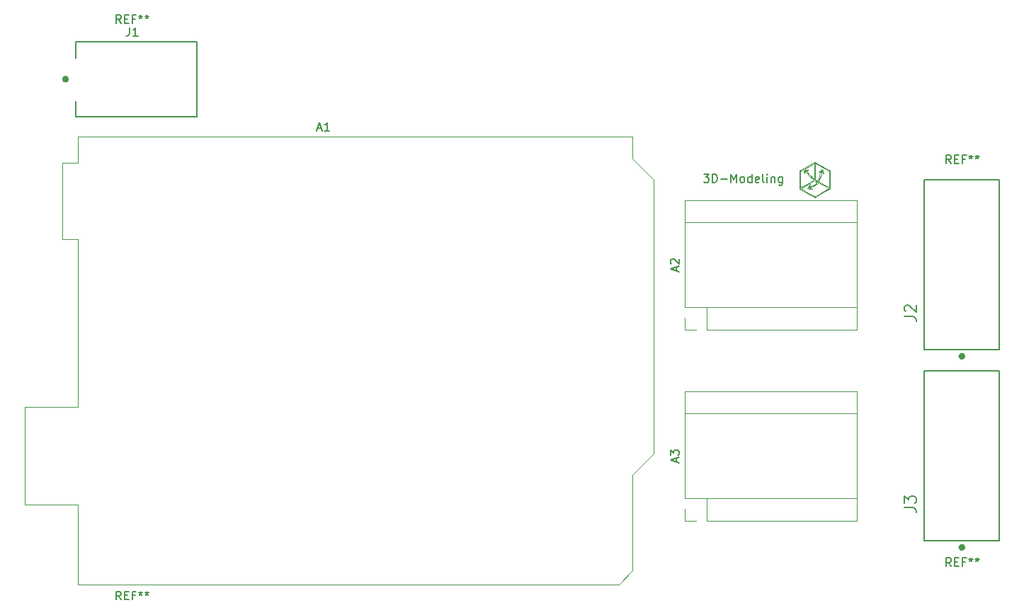
<source format=gbr>
%TF.GenerationSoftware,KiCad,Pcbnew,(5.99.0-11497-g0fb864d596)*%
%TF.CreationDate,2022-01-24T21:34:27-05:00*%
%TF.ProjectId,Main_Board_Ver2,4d61696e-5f42-46f6-9172-645f56657232,rev?*%
%TF.SameCoordinates,Original*%
%TF.FileFunction,Legend,Top*%
%TF.FilePolarity,Positive*%
%FSLAX46Y46*%
G04 Gerber Fmt 4.6, Leading zero omitted, Abs format (unit mm)*
G04 Created by KiCad (PCBNEW (5.99.0-11497-g0fb864d596)) date 2022-01-24 21:34:27*
%MOMM*%
%LPD*%
G01*
G04 APERTURE LIST*
%ADD10C,0.009260*%
%ADD11C,0.150000*%
%ADD12C,0.120000*%
%ADD13C,0.127000*%
%ADD14C,0.400000*%
G04 APERTURE END LIST*
D10*
X200596211Y-89449004D02*
X199952058Y-89819948D01*
X200794180Y-89336174D02*
X200596211Y-89449004D01*
X200848971Y-89305460D02*
X200794180Y-89336174D01*
X200869284Y-89294753D02*
X200848971Y-89305460D01*
X200869284Y-89294753D02*
X200869284Y-89294753D01*
X201142356Y-89449176D02*
X200869284Y-89294753D01*
X201786510Y-89820383D02*
X201142356Y-89449176D01*
X201786510Y-89820383D02*
X201786510Y-89820383D01*
X202694910Y-90345977D02*
X201786510Y-89820383D01*
X202694910Y-90345977D02*
X202694910Y-90345977D01*
X202694910Y-91410684D02*
X202694910Y-90345977D01*
X202694910Y-91410684D02*
X202694910Y-91410684D01*
X202694910Y-92475400D02*
X202694910Y-91410684D01*
X202694910Y-92475400D02*
X202694910Y-92475400D01*
X202597898Y-92531370D02*
X202694910Y-92475400D01*
X202597898Y-92531370D02*
X202597898Y-92531370D01*
X201685645Y-93058195D02*
X202597898Y-92531370D01*
X201685645Y-93058195D02*
X201685645Y-93058195D01*
X200870404Y-93529060D02*
X201685645Y-93058195D01*
X200870404Y-93529060D02*
X200870404Y-93529060D01*
X199957031Y-93002272D02*
X200870404Y-93529060D01*
X199957031Y-93002272D02*
X199957031Y-93002272D01*
X199043658Y-92475493D02*
X199957031Y-93002272D01*
X199043658Y-92475493D02*
X199043658Y-92475493D01*
X199043658Y-91410341D02*
X199043658Y-92475493D01*
X199043658Y-91410341D02*
X199043658Y-91410341D01*
X199043658Y-90345190D02*
X199043658Y-91410341D01*
X199043658Y-90345190D02*
X199043658Y-90345190D01*
X199952058Y-89819948D02*
X199043658Y-90345190D01*
X200832959Y-90011850D02*
X200834002Y-90388964D01*
X200830119Y-89703297D02*
X200832959Y-90011850D01*
X200828160Y-89584676D02*
X200830119Y-89703297D01*
X200825915Y-89495128D02*
X200828160Y-89584676D01*
X200823436Y-89438633D02*
X200825915Y-89495128D01*
X200822126Y-89424022D02*
X200823436Y-89438633D01*
X200820778Y-89419167D02*
X200822126Y-89424022D01*
X200820778Y-89419167D02*
X200820778Y-89419167D01*
X200761036Y-89450672D02*
X200820778Y-89419167D01*
X200617629Y-89531886D02*
X200761036Y-89450672D01*
X200192780Y-89777605D02*
X200617629Y-89531886D01*
X199772165Y-90024643D02*
X200192780Y-89777605D01*
X199634049Y-90107508D02*
X199772165Y-90024643D01*
X199581715Y-90141322D02*
X199634049Y-90107508D01*
X199581715Y-90141322D02*
X199581715Y-90141322D01*
X199582810Y-90142521D02*
X199581715Y-90141322D01*
X199586035Y-90144121D02*
X199582810Y-90142521D01*
X199598441Y-90148415D02*
X199586035Y-90144121D01*
X199618063Y-90153992D02*
X199598441Y-90148415D01*
X199644031Y-90160635D02*
X199618063Y-90153992D01*
X199711523Y-90176267D02*
X199644031Y-90160635D01*
X199793955Y-90193597D02*
X199711523Y-90176267D01*
X199793955Y-90193597D02*
X199793955Y-90193597D01*
X199834685Y-90201857D02*
X199793955Y-90193597D01*
X199871078Y-90209411D02*
X199834685Y-90201857D01*
X199903322Y-90216328D02*
X199871078Y-90209411D01*
X199917948Y-90219568D02*
X199903322Y-90216328D01*
X199931608Y-90222675D02*
X199917948Y-90219568D01*
X199944326Y-90225657D02*
X199931608Y-90222675D01*
X199956126Y-90228521D02*
X199944326Y-90225657D01*
X199967031Y-90231278D02*
X199956126Y-90228521D01*
X199977064Y-90233936D02*
X199967031Y-90231278D01*
X199986250Y-90236502D02*
X199977064Y-90233936D01*
X199994613Y-90238986D02*
X199986250Y-90236502D01*
X200002175Y-90241397D02*
X199994613Y-90238986D01*
X200008961Y-90243742D02*
X200002175Y-90241397D01*
X200014994Y-90246030D02*
X200008961Y-90243742D01*
X200020299Y-90248271D02*
X200014994Y-90246030D01*
X200024898Y-90250472D02*
X200020299Y-90248271D01*
X200028816Y-90252642D02*
X200024898Y-90250472D01*
X200030526Y-90253718D02*
X200028816Y-90252642D01*
X200032075Y-90254789D02*
X200030526Y-90253718D01*
X200033466Y-90255857D02*
X200032075Y-90254789D01*
X200034701Y-90256923D02*
X200033466Y-90255857D01*
X200035783Y-90257987D02*
X200034701Y-90256923D01*
X200036716Y-90259051D02*
X200035783Y-90257987D01*
X200037502Y-90260116D02*
X200036716Y-90259051D01*
X200038144Y-90261183D02*
X200037502Y-90260116D01*
X200038646Y-90262253D02*
X200038144Y-90261183D01*
X200039010Y-90263327D02*
X200038646Y-90262253D01*
X200039238Y-90264406D02*
X200039010Y-90263327D01*
X200039335Y-90265491D02*
X200039238Y-90264406D01*
X200039303Y-90266584D02*
X200039335Y-90265491D01*
X200039146Y-90267684D02*
X200039303Y-90266584D01*
X200038865Y-90268794D02*
X200039146Y-90267684D01*
X200038464Y-90269915D02*
X200038865Y-90268794D01*
X200037946Y-90271047D02*
X200038464Y-90269915D01*
X200037314Y-90272192D02*
X200037946Y-90271047D01*
X200036570Y-90273350D02*
X200037314Y-90272192D01*
X200035719Y-90274524D02*
X200036570Y-90273350D01*
X200033703Y-90276918D02*
X200035719Y-90274524D01*
X200031290Y-90279385D02*
X200033703Y-90276918D01*
X200031290Y-90279385D02*
X200031290Y-90279385D01*
X200028593Y-90281196D02*
X200031290Y-90279385D01*
X200024696Y-90282609D02*
X200028593Y-90281196D01*
X200019624Y-90283625D02*
X200024696Y-90282609D01*
X200013397Y-90284249D02*
X200019624Y-90283625D01*
X200006040Y-90284480D02*
X200013397Y-90284249D01*
X199997574Y-90284323D02*
X200006040Y-90284480D01*
X199977408Y-90282850D02*
X199997574Y-90284323D01*
X199953081Y-90279847D02*
X199977408Y-90282850D01*
X199924772Y-90275334D02*
X199953081Y-90279847D01*
X199892663Y-90269327D02*
X199924772Y-90275334D01*
X199856935Y-90261846D02*
X199892663Y-90269327D01*
X199856935Y-90261846D02*
X199856935Y-90261846D01*
X199825074Y-90255060D02*
X199856935Y-90261846D01*
X199794675Y-90248954D02*
X199825074Y-90255060D01*
X199766453Y-90243647D02*
X199794675Y-90248954D01*
X199741120Y-90239255D02*
X199766453Y-90243647D01*
X199719389Y-90235897D02*
X199741120Y-90239255D01*
X199701976Y-90233689D02*
X199719389Y-90235897D01*
X199695110Y-90233053D02*
X199701976Y-90233689D01*
X199689591Y-90232749D02*
X199695110Y-90233053D01*
X199685508Y-90232791D02*
X199689591Y-90232749D01*
X199682950Y-90233194D02*
X199685508Y-90232791D01*
X199682950Y-90233194D02*
X199682950Y-90233194D01*
X199692657Y-90246540D02*
X199682950Y-90233194D01*
X199725672Y-90282418D02*
X199692657Y-90246540D01*
X199848649Y-90408943D02*
X199725672Y-90282418D01*
X200231512Y-90791274D02*
X199848649Y-90408943D01*
X200623831Y-91174941D02*
X200231512Y-90791274D01*
X200758628Y-91303135D02*
X200623831Y-91174941D01*
X200799326Y-91340098D02*
X200758628Y-91303135D01*
X200817898Y-91354695D02*
X200799326Y-91340098D01*
X200817898Y-91354695D02*
X200817898Y-91354695D01*
X200821344Y-91337940D02*
X200817898Y-91354695D01*
X200824461Y-91286658D02*
X200821344Y-91337940D01*
X200829547Y-91090159D02*
X200824461Y-91286658D01*
X200832835Y-90784495D02*
X200829547Y-91090159D01*
X200834002Y-90388964D02*
X200832835Y-90784495D01*
X201177834Y-89566922D02*
X201775416Y-89911247D01*
X200992437Y-89460822D02*
X201177834Y-89566922D01*
X200920059Y-89420241D02*
X200992437Y-89460822D01*
X200920059Y-89420241D02*
X200920059Y-89420241D01*
X200916821Y-89437741D02*
X200920059Y-89420241D01*
X200914041Y-89490924D02*
X200916821Y-89437741D01*
X200909987Y-89692901D02*
X200914041Y-89490924D01*
X200908160Y-90003289D02*
X200909987Y-89692901D01*
X200908826Y-90399206D02*
X200908160Y-90003289D01*
X200908826Y-90399206D02*
X200908826Y-90399206D01*
X200913382Y-91384088D02*
X200908826Y-90399206D01*
X200913382Y-91384088D02*
X200913382Y-91384088D01*
X201054492Y-91467802D02*
X200913382Y-91384088D01*
X201054492Y-91467802D02*
X201054492Y-91467802D01*
X201083198Y-91484621D02*
X201054492Y-91467802D01*
X201110675Y-91500309D02*
X201083198Y-91484621D01*
X201136270Y-91514524D02*
X201110675Y-91500309D01*
X201159333Y-91526923D02*
X201136270Y-91514524D01*
X201179213Y-91537163D02*
X201159333Y-91526923D01*
X201195258Y-91544900D02*
X201179213Y-91537163D01*
X201201640Y-91547724D02*
X201195258Y-91544900D01*
X201206819Y-91549793D02*
X201201640Y-91547724D01*
X201210714Y-91551065D02*
X201206819Y-91549793D01*
X201213243Y-91551498D02*
X201210714Y-91551065D01*
X201213243Y-91551498D02*
X201213243Y-91551498D01*
X201221344Y-91537677D02*
X201213243Y-91551498D01*
X201237693Y-91498612D02*
X201221344Y-91537677D01*
X201290201Y-91359081D02*
X201237693Y-91498612D01*
X201439912Y-90934731D02*
X201290201Y-91359081D01*
X201583408Y-90507735D02*
X201439912Y-90934731D01*
X201628149Y-90364896D02*
X201583408Y-90507735D01*
X201639448Y-90323682D02*
X201628149Y-90364896D01*
X201641723Y-90307379D02*
X201639448Y-90323682D01*
X201641723Y-90307379D02*
X201641723Y-90307379D01*
X201641116Y-90307082D02*
X201641723Y-90307379D01*
X201640180Y-90307063D02*
X201641116Y-90307082D01*
X201637356Y-90307835D02*
X201640180Y-90307063D01*
X201633322Y-90309646D02*
X201637356Y-90307835D01*
X201628149Y-90312444D02*
X201633322Y-90309646D01*
X201614670Y-90320806D02*
X201628149Y-90312444D01*
X201597488Y-90332522D02*
X201614670Y-90320806D01*
X201577171Y-90347190D02*
X201597488Y-90332522D01*
X201554287Y-90364413D02*
X201577171Y-90347190D01*
X201529406Y-90383789D02*
X201554287Y-90364413D01*
X201503094Y-90404919D02*
X201529406Y-90383789D01*
X201503094Y-90404919D02*
X201503094Y-90404919D01*
X201476698Y-90426221D02*
X201503094Y-90404919D01*
X201451572Y-90446094D02*
X201476698Y-90426221D01*
X201428302Y-90464104D02*
X201451572Y-90446094D01*
X201407475Y-90479815D02*
X201428302Y-90464104D01*
X201389675Y-90492793D02*
X201407475Y-90479815D01*
X201375489Y-90502601D02*
X201389675Y-90492793D01*
X201369933Y-90506181D02*
X201375489Y-90502601D01*
X201365501Y-90508805D02*
X201369933Y-90506181D01*
X201362265Y-90510420D02*
X201365501Y-90508805D01*
X201361119Y-90510831D02*
X201362265Y-90510420D01*
X201360299Y-90510970D02*
X201361119Y-90510831D01*
X201360299Y-90510970D02*
X201360299Y-90510970D01*
X201352031Y-90510386D02*
X201360299Y-90510970D01*
X201348687Y-90509653D02*
X201352031Y-90510386D01*
X201345874Y-90508621D02*
X201348687Y-90509653D01*
X201343592Y-90507288D02*
X201345874Y-90508621D01*
X201341845Y-90505652D02*
X201343592Y-90507288D01*
X201340634Y-90503709D02*
X201341845Y-90505652D01*
X201339962Y-90501458D02*
X201340634Y-90503709D01*
X201339830Y-90498894D02*
X201339962Y-90501458D01*
X201340242Y-90496015D02*
X201339830Y-90498894D01*
X201341199Y-90492819D02*
X201340242Y-90496015D01*
X201342703Y-90489303D02*
X201341199Y-90492819D01*
X201347364Y-90481299D02*
X201342703Y-90489303D01*
X201354240Y-90471981D02*
X201347364Y-90481299D01*
X201363351Y-90461327D02*
X201354240Y-90471981D01*
X201374713Y-90449316D02*
X201363351Y-90461327D01*
X201388344Y-90435924D02*
X201374713Y-90449316D01*
X201404262Y-90421130D02*
X201388344Y-90435924D01*
X201422485Y-90404913D02*
X201404262Y-90421130D01*
X201443030Y-90387249D02*
X201422485Y-90404913D01*
X201491158Y-90347496D02*
X201443030Y-90387249D01*
X201491158Y-90347496D02*
X201491158Y-90347496D01*
X201557813Y-90293330D02*
X201491158Y-90347496D01*
X201618767Y-90243333D02*
X201557813Y-90293330D01*
X201667277Y-90203065D02*
X201618767Y-90243333D01*
X201696600Y-90178086D02*
X201667277Y-90203065D01*
X201696600Y-90178086D02*
X201696600Y-90178086D01*
X201722091Y-90156417D02*
X201696600Y-90178086D01*
X201732740Y-90148992D02*
X201722091Y-90156417D01*
X201742290Y-90144350D02*
X201732740Y-90148992D01*
X201746723Y-90143193D02*
X201742290Y-90144350D01*
X201750964Y-90142875D02*
X201746723Y-90143193D01*
X201755043Y-90143444D02*
X201750964Y-90142875D01*
X201758987Y-90144949D02*
X201755043Y-90143444D01*
X201762824Y-90147436D02*
X201758987Y-90144949D01*
X201766582Y-90150955D02*
X201762824Y-90147436D01*
X201770288Y-90155553D02*
X201766582Y-90150955D01*
X201773972Y-90161277D02*
X201770288Y-90155553D01*
X201781381Y-90176297D02*
X201773972Y-90161277D01*
X201789034Y-90196398D02*
X201781381Y-90176297D01*
X201797152Y-90221964D02*
X201789034Y-90196398D01*
X201805961Y-90253378D02*
X201797152Y-90221964D01*
X201826545Y-90335278D02*
X201805961Y-90253378D01*
X201852573Y-90445165D02*
X201826545Y-90335278D01*
X201852573Y-90445165D02*
X201852573Y-90445165D01*
X201863971Y-90495163D02*
X201852573Y-90445165D01*
X201873497Y-90540068D02*
X201863971Y-90495163D01*
X201877540Y-90560492D02*
X201873497Y-90540068D01*
X201881094Y-90579499D02*
X201877540Y-90560492D01*
X201884152Y-90597041D02*
X201881094Y-90579499D01*
X201886705Y-90613072D02*
X201884152Y-90597041D01*
X201888747Y-90627542D02*
X201886705Y-90613072D01*
X201890271Y-90640405D02*
X201888747Y-90627542D01*
X201891269Y-90651612D02*
X201890271Y-90640405D01*
X201891734Y-90661115D02*
X201891269Y-90651612D01*
X201891660Y-90668868D02*
X201891734Y-90661115D01*
X201891038Y-90674821D02*
X201891660Y-90668868D01*
X201890520Y-90677108D02*
X201891038Y-90674821D01*
X201889862Y-90678927D02*
X201890520Y-90677108D01*
X201889063Y-90680273D02*
X201889862Y-90678927D01*
X201888124Y-90681139D02*
X201889063Y-90680273D01*
X201888124Y-90681139D02*
X201888124Y-90681139D01*
X201883370Y-90683561D02*
X201888124Y-90681139D01*
X201878844Y-90684715D02*
X201883370Y-90683561D01*
X201874499Y-90684490D02*
X201878844Y-90684715D01*
X201870287Y-90682773D02*
X201874499Y-90684490D01*
X201866160Y-90679453D02*
X201870287Y-90682773D01*
X201862071Y-90674419D02*
X201866160Y-90679453D01*
X201857970Y-90667560D02*
X201862071Y-90674419D01*
X201853812Y-90658765D02*
X201857970Y-90667560D01*
X201849547Y-90647921D02*
X201853812Y-90658765D01*
X201845129Y-90634918D02*
X201849547Y-90647921D01*
X201840508Y-90619644D02*
X201845129Y-90634918D01*
X201835638Y-90601987D02*
X201840508Y-90619644D01*
X201824959Y-90559082D02*
X201835638Y-90601987D01*
X201812707Y-90505312D02*
X201824959Y-90559082D01*
X201812707Y-90505312D02*
X201812707Y-90505312D01*
X201806037Y-90476028D02*
X201812707Y-90505312D01*
X201799309Y-90448127D02*
X201806037Y-90476028D01*
X201792708Y-90422261D02*
X201799309Y-90448127D01*
X201786417Y-90399082D02*
X201792708Y-90422261D01*
X201780619Y-90379242D02*
X201786417Y-90399082D01*
X201775497Y-90363394D02*
X201780619Y-90379242D01*
X201773247Y-90357171D02*
X201775497Y-90363394D01*
X201771235Y-90352190D02*
X201773247Y-90357171D01*
X201769484Y-90348534D02*
X201771235Y-90352190D01*
X201768016Y-90346282D02*
X201769484Y-90348534D01*
X201768016Y-90346282D02*
X201768016Y-90346282D01*
X201765607Y-90348103D02*
X201768016Y-90346282D01*
X201761091Y-90356391D02*
X201765607Y-90348103D01*
X201746204Y-90391089D02*
X201761091Y-90356391D01*
X201696261Y-90523989D02*
X201746204Y-90391089D01*
X201625612Y-90724451D02*
X201696261Y-90523989D01*
X201541682Y-90971944D02*
X201625612Y-90724451D01*
X201541682Y-90971944D02*
X201541682Y-90971944D01*
X201484406Y-91144620D02*
X201541682Y-90971944D01*
X201438289Y-91285908D02*
X201484406Y-91144620D01*
X201419159Y-91345664D02*
X201438289Y-91285908D01*
X201402512Y-91398632D02*
X201419159Y-91345664D01*
X201388246Y-91445166D02*
X201402512Y-91398632D01*
X201376257Y-91485619D02*
X201388246Y-91445166D01*
X201366443Y-91520344D02*
X201376257Y-91485619D01*
X201358703Y-91549694D02*
X201366443Y-91520344D01*
X201352933Y-91574021D02*
X201358703Y-91549694D01*
X201349031Y-91593681D02*
X201352933Y-91574021D01*
X201346895Y-91609024D02*
X201349031Y-91593681D01*
X201346457Y-91615188D02*
X201346895Y-91609024D01*
X201346422Y-91620405D02*
X201346457Y-91615188D01*
X201346777Y-91624720D02*
X201346422Y-91620405D01*
X201347510Y-91628177D02*
X201346777Y-91624720D01*
X201348608Y-91630820D02*
X201347510Y-91628177D01*
X201350057Y-91632693D02*
X201348608Y-91630820D01*
X201350057Y-91632693D02*
X201350057Y-91632693D01*
X201533252Y-91742565D02*
X201350057Y-91632693D01*
X201926733Y-91971951D02*
X201533252Y-91742565D01*
X202338323Y-92209411D02*
X201926733Y-91971951D01*
X202575849Y-92343504D02*
X202338323Y-92209411D01*
X202575849Y-92343504D02*
X202575849Y-92343504D01*
X202615530Y-92364294D02*
X202575849Y-92343504D01*
X202615530Y-92364294D02*
X202615530Y-92364294D01*
X202615252Y-91380300D02*
X202615530Y-92364294D01*
X202615252Y-91380300D02*
X202615252Y-91380300D01*
X202614974Y-90396316D02*
X202615252Y-91380300D01*
X202614974Y-90396316D02*
X202614974Y-90396316D01*
X201775416Y-89911247D02*
X202614974Y-90396316D01*
X199527639Y-90359105D02*
X199537395Y-90400725D01*
X199518085Y-90320309D02*
X199527639Y-90359105D01*
X199508972Y-90285182D02*
X199518085Y-90320309D01*
X199500543Y-90254571D02*
X199508972Y-90285182D01*
X199493040Y-90229323D02*
X199500543Y-90254571D01*
X199489711Y-90218975D02*
X199493040Y-90229323D01*
X199486704Y-90210285D02*
X199489711Y-90218975D01*
X199484049Y-90203360D02*
X199486704Y-90210285D01*
X199481776Y-90198304D02*
X199484049Y-90203360D01*
X199479916Y-90195224D02*
X199481776Y-90198304D01*
X199479150Y-90194459D02*
X199479916Y-90195224D01*
X199478499Y-90194226D02*
X199479150Y-90194459D01*
X199478499Y-90194226D02*
X199478499Y-90194226D01*
X199472681Y-90196436D02*
X199478499Y-90194226D01*
X199460478Y-90202468D02*
X199472681Y-90196436D01*
X199419922Y-90224338D02*
X199460478Y-90202468D01*
X199362844Y-90256509D02*
X199419922Y-90224338D01*
X199295254Y-90295656D02*
X199362844Y-90256509D01*
X199295254Y-90295656D02*
X199295254Y-90295656D01*
X199123510Y-90396316D02*
X199295254Y-90295656D01*
X199123510Y-90396316D02*
X199123510Y-90396316D01*
X199123269Y-91380727D02*
X199123510Y-90396316D01*
X199123269Y-91380727D02*
X199123269Y-91380727D01*
X199124221Y-91762398D02*
X199123269Y-91380727D01*
X199126987Y-92073902D02*
X199124221Y-91762398D01*
X199128918Y-92193319D02*
X199126987Y-92073902D01*
X199131143Y-92283166D02*
X199128918Y-92193319D01*
X199133608Y-92339435D02*
X199131143Y-92283166D01*
X199134915Y-92353725D02*
X199133608Y-92339435D01*
X199136262Y-92358117D02*
X199134915Y-92353725D01*
X199136262Y-92358117D02*
X199136262Y-92358117D01*
X199941918Y-91894967D02*
X199136262Y-92358117D01*
X199941918Y-91894967D02*
X199941918Y-91894967D01*
X200734350Y-91438826D02*
X199941918Y-91894967D01*
X200734350Y-91438826D02*
X200734350Y-91438826D01*
X200162408Y-90878534D02*
X200734350Y-91438826D01*
X200162408Y-90878534D02*
X200162408Y-90878534D01*
X199939484Y-90660934D02*
X200162408Y-90878534D01*
X199755308Y-90482640D02*
X199939484Y-90660934D01*
X199629002Y-90362058D02*
X199755308Y-90482640D01*
X199593526Y-90329161D02*
X199629002Y-90362058D01*
X199583752Y-90320567D02*
X199593526Y-90329161D01*
X199579687Y-90317594D02*
X199583752Y-90320567D01*
X199579687Y-90317594D02*
X199579687Y-90317594D01*
X199579189Y-90317782D02*
X199579687Y-90317594D01*
X199578803Y-90318409D02*
X199579189Y-90317782D01*
X199578362Y-90320934D02*
X199578803Y-90318409D01*
X199578349Y-90325080D02*
X199578362Y-90320934D01*
X199578747Y-90330761D02*
X199578349Y-90325080D01*
X199580720Y-90346381D02*
X199578747Y-90330761D01*
X199584154Y-90367098D02*
X199580720Y-90346381D01*
X199588928Y-90392217D02*
X199584154Y-90367098D01*
X199594915Y-90421044D02*
X199588928Y-90392217D01*
X199601991Y-90452884D02*
X199594915Y-90421044D01*
X199610034Y-90487041D02*
X199601991Y-90452884D01*
X199610034Y-90487041D02*
X199610034Y-90487041D01*
X199618103Y-90521520D02*
X199610034Y-90487041D01*
X199625263Y-90554281D02*
X199618103Y-90521520D01*
X199631383Y-90584566D02*
X199625263Y-90554281D01*
X199636332Y-90611614D02*
X199631383Y-90584566D01*
X199639981Y-90634666D02*
X199636332Y-90611614D01*
X199641277Y-90644456D02*
X199639981Y-90634666D01*
X199642198Y-90652963D02*
X199641277Y-90644456D01*
X199642729Y-90660090D02*
X199642198Y-90652963D01*
X199642853Y-90665743D02*
X199642729Y-90660090D01*
X199642554Y-90669828D02*
X199642853Y-90665743D01*
X199642241Y-90671253D02*
X199642554Y-90669828D01*
X199641816Y-90672249D02*
X199642241Y-90671253D01*
X199641816Y-90672249D02*
X199641816Y-90672249D01*
X199640231Y-90674678D02*
X199641816Y-90672249D01*
X199638620Y-90676885D02*
X199640231Y-90674678D01*
X199636986Y-90678870D02*
X199638620Y-90676885D01*
X199635333Y-90680637D02*
X199636986Y-90678870D01*
X199633663Y-90682185D02*
X199635333Y-90680637D01*
X199631979Y-90683517D02*
X199633663Y-90682185D01*
X199630285Y-90684635D02*
X199631979Y-90683517D01*
X199628584Y-90685540D02*
X199630285Y-90684635D01*
X199626880Y-90686234D02*
X199628584Y-90685540D01*
X199625174Y-90686718D02*
X199626880Y-90686234D01*
X199623472Y-90686994D02*
X199625174Y-90686718D01*
X199621774Y-90687064D02*
X199623472Y-90686994D01*
X199620086Y-90686929D02*
X199621774Y-90687064D01*
X199618410Y-90686591D02*
X199620086Y-90686929D01*
X199616750Y-90686052D02*
X199618410Y-90686591D01*
X199615107Y-90685313D02*
X199616750Y-90686052D01*
X199613487Y-90684376D02*
X199615107Y-90685313D01*
X199611891Y-90683243D02*
X199613487Y-90684376D01*
X199610323Y-90681915D02*
X199611891Y-90683243D01*
X199608787Y-90680393D02*
X199610323Y-90681915D01*
X199607285Y-90678680D02*
X199608787Y-90680393D01*
X199605821Y-90676777D02*
X199607285Y-90678680D01*
X199604397Y-90674686D02*
X199605821Y-90676777D01*
X199603018Y-90672408D02*
X199604397Y-90674686D01*
X199601685Y-90669945D02*
X199603018Y-90672408D01*
X199600403Y-90667299D02*
X199601685Y-90669945D01*
X199599175Y-90664471D02*
X199600403Y-90667299D01*
X199598004Y-90661463D02*
X199599175Y-90664471D01*
X199596892Y-90658276D02*
X199598004Y-90661463D01*
X199595843Y-90654913D02*
X199596892Y-90658276D01*
X199594861Y-90651375D02*
X199595843Y-90654913D01*
X199593948Y-90647663D02*
X199594861Y-90651375D01*
X199593948Y-90647663D02*
X199593948Y-90647663D01*
X199537395Y-90400725D02*
X199593948Y-90647663D01*
X201097789Y-91797097D02*
X201098590Y-91798816D01*
X201095440Y-91793985D02*
X201097789Y-91797097D01*
X201086412Y-91783885D02*
X201095440Y-91793985D01*
X201072138Y-91769137D02*
X201086412Y-91783885D01*
X201053252Y-91750363D02*
X201072138Y-91769137D01*
X201030387Y-91728183D02*
X201053252Y-91750363D01*
X201004176Y-91703218D02*
X201030387Y-91728183D01*
X200944247Y-91647417D02*
X201004176Y-91703218D01*
X200944247Y-91647417D02*
X200944247Y-91647417D01*
X200789913Y-91505677D02*
X200944247Y-91647417D01*
X200789913Y-91505677D02*
X200789913Y-91505677D01*
X199987507Y-91969124D02*
X200789913Y-91505677D01*
X199987507Y-91969124D02*
X199987507Y-91969124D01*
X199675657Y-92150155D02*
X199987507Y-91969124D01*
X199419715Y-92300470D02*
X199675657Y-92150155D01*
X199246132Y-92404409D02*
X199419715Y-92300470D01*
X199198491Y-92434094D02*
X199246132Y-92404409D01*
X199185905Y-92442510D02*
X199198491Y-92434094D01*
X199181360Y-92446314D02*
X199185905Y-92442510D01*
X199181360Y-92446314D02*
X199181360Y-92446314D01*
X199250579Y-92491526D02*
X199181360Y-92446314D01*
X199435747Y-92602380D02*
X199250579Y-92491526D01*
X200002377Y-92933295D02*
X199435747Y-92602380D01*
X200578136Y-93263613D02*
X200002377Y-92933295D01*
X200774717Y-93373722D02*
X200578136Y-93263613D01*
X200859912Y-93417889D02*
X200774717Y-93373722D01*
X200859912Y-93417889D02*
X200859912Y-93417889D01*
X200936394Y-93380056D02*
X200859912Y-93417889D01*
X201124899Y-93276805D02*
X200936394Y-93380056D01*
X201690352Y-92958104D02*
X201124899Y-93276805D01*
X202261017Y-92629902D02*
X201690352Y-92958104D01*
X202456037Y-92514774D02*
X202261017Y-92629902D01*
X202541641Y-92460315D02*
X202456037Y-92514774D01*
X202541641Y-92460315D02*
X202541641Y-92460315D01*
X202537916Y-92452835D02*
X202541641Y-92460315D01*
X202520033Y-92437523D02*
X202537916Y-92452835D01*
X202445541Y-92385662D02*
X202520033Y-92437523D01*
X202325652Y-92309244D02*
X202445541Y-92385662D01*
X202167856Y-92212781D02*
X202325652Y-92309244D01*
X201768492Y-91977761D02*
X202167856Y-92212781D01*
X201307357Y-91716694D02*
X201768492Y-91977761D01*
X201307357Y-91716694D02*
X201307357Y-91716694D01*
X201306724Y-91716456D02*
X201307357Y-91716694D01*
X201306036Y-91716409D02*
X201306724Y-91716456D01*
X201305296Y-91716548D02*
X201306036Y-91716409D01*
X201304506Y-91716870D02*
X201305296Y-91716548D01*
X201302785Y-91718045D02*
X201304506Y-91716870D01*
X201300892Y-91719898D02*
X201302785Y-91718045D01*
X201298846Y-91722397D02*
X201300892Y-91719898D01*
X201296663Y-91725507D02*
X201298846Y-91722397D01*
X201294363Y-91729194D02*
X201296663Y-91725507D01*
X201291965Y-91733426D02*
X201294363Y-91729194D01*
X201289486Y-91738167D02*
X201291965Y-91733426D01*
X201286945Y-91743384D02*
X201289486Y-91738167D01*
X201284361Y-91749043D02*
X201286945Y-91743384D01*
X201281751Y-91755111D02*
X201284361Y-91749043D01*
X201276529Y-91768335D02*
X201281751Y-91755111D01*
X201271426Y-91782786D02*
X201276529Y-91768335D01*
X201271426Y-91782786D02*
X201271426Y-91782786D01*
X201247229Y-91855388D02*
X201271426Y-91782786D01*
X201247229Y-91855388D02*
X201247229Y-91855388D01*
X200701504Y-92134700D02*
X201247229Y-91855388D01*
X200701504Y-92134700D02*
X200701504Y-92134700D01*
X200592410Y-92190986D02*
X200701504Y-92134700D01*
X200491661Y-92243834D02*
X200592410Y-92190986D01*
X200401390Y-92292063D02*
X200491661Y-92243834D01*
X200323727Y-92334493D02*
X200401390Y-92292063D01*
X200260805Y-92369942D02*
X200323727Y-92334493D01*
X200214755Y-92397229D02*
X200260805Y-92369942D01*
X200198724Y-92407444D02*
X200214755Y-92397229D01*
X200187709Y-92415175D02*
X200198724Y-92407444D01*
X200181979Y-92420275D02*
X200187709Y-92415175D01*
X200181179Y-92421793D02*
X200181979Y-92420275D01*
X200181800Y-92422598D02*
X200181179Y-92421793D01*
X200181800Y-92422598D02*
X200181800Y-92422598D01*
X200190177Y-92424556D02*
X200181800Y-92422598D01*
X200204079Y-92426842D02*
X200190177Y-92424556D01*
X200222766Y-92429372D02*
X200204079Y-92426842D01*
X200245499Y-92432063D02*
X200222766Y-92429372D01*
X200300144Y-92437598D02*
X200245499Y-92432063D01*
X200362100Y-92442785D02*
X200300144Y-92437598D01*
X200362100Y-92442785D02*
X200362100Y-92442785D01*
X200386678Y-92444801D02*
X200362100Y-92442785D01*
X200409400Y-92447005D02*
X200386678Y-92444801D01*
X200430259Y-92449397D02*
X200409400Y-92447005D01*
X200449252Y-92451974D02*
X200430259Y-92449397D01*
X200458047Y-92453332D02*
X200449252Y-92451974D01*
X200466373Y-92454736D02*
X200458047Y-92453332D01*
X200474230Y-92456186D02*
X200466373Y-92454736D01*
X200481617Y-92457680D02*
X200474230Y-92456186D01*
X200488534Y-92459221D02*
X200481617Y-92457680D01*
X200494979Y-92460806D02*
X200488534Y-92459221D01*
X200500953Y-92462436D02*
X200494979Y-92460806D01*
X200506455Y-92464111D02*
X200500953Y-92462436D01*
X200511483Y-92465830D02*
X200506455Y-92464111D01*
X200516038Y-92467593D02*
X200511483Y-92465830D01*
X200520119Y-92469401D02*
X200516038Y-92467593D01*
X200523725Y-92471253D02*
X200520119Y-92469401D01*
X200526856Y-92473148D02*
X200523725Y-92471253D01*
X200529510Y-92475086D02*
X200526856Y-92473148D01*
X200531688Y-92477068D02*
X200529510Y-92475086D01*
X200533388Y-92479093D02*
X200531688Y-92477068D01*
X200534611Y-92481161D02*
X200533388Y-92479093D01*
X200535043Y-92482211D02*
X200534611Y-92481161D01*
X200535355Y-92483271D02*
X200535043Y-92482211D01*
X200535547Y-92484343D02*
X200535355Y-92483271D01*
X200535619Y-92485424D02*
X200535547Y-92484343D01*
X200535572Y-92486517D02*
X200535619Y-92485424D01*
X200535404Y-92487620D02*
X200535572Y-92486517D01*
X200534708Y-92489857D02*
X200535404Y-92487620D01*
X200533531Y-92492136D02*
X200534708Y-92489857D01*
X200531873Y-92494457D02*
X200533531Y-92492136D01*
X200529732Y-92496820D02*
X200531873Y-92494457D01*
X200529732Y-92496820D02*
X200529732Y-92496820D01*
X200521913Y-92498424D02*
X200529732Y-92496820D01*
X200503895Y-92498844D02*
X200521913Y-92498424D01*
X200443003Y-92496625D02*
X200503895Y-92498844D01*
X200358547Y-92491155D02*
X200443003Y-92496625D01*
X200262016Y-92483427D02*
X200358547Y-92491155D01*
X200164901Y-92474432D02*
X200262016Y-92483427D01*
X200078691Y-92465162D02*
X200164901Y-92474432D01*
X200014878Y-92456610D02*
X200078691Y-92465162D01*
X199994961Y-92452913D02*
X200014878Y-92456610D01*
X199984951Y-92449768D02*
X199994961Y-92452913D01*
X199984951Y-92449768D02*
X199984951Y-92449768D01*
X199983888Y-92447387D02*
X199984951Y-92449768D01*
X199984304Y-92442612D02*
X199983888Y-92447387D01*
X199989224Y-92426507D02*
X199984304Y-92442612D01*
X199999015Y-92402711D02*
X199989224Y-92426507D01*
X200012981Y-92372481D02*
X199999015Y-92402711D01*
X200050654Y-92297748D02*
X200012981Y-92372481D01*
X200096677Y-92212367D02*
X200050654Y-92297748D01*
X200145482Y-92126398D02*
X200096677Y-92212367D01*
X200191504Y-92049900D02*
X200145482Y-92126398D01*
X200211731Y-92018345D02*
X200191504Y-92049900D01*
X200229175Y-91992930D02*
X200211731Y-92018345D01*
X200243140Y-91974913D02*
X200229175Y-91992930D01*
X200252929Y-91965550D02*
X200243140Y-91974913D01*
X200252929Y-91965550D02*
X200252929Y-91965550D01*
X200260892Y-91961338D02*
X200252929Y-91965550D01*
X200264271Y-91960126D02*
X200260892Y-91961338D01*
X200267252Y-91959497D02*
X200264271Y-91960126D01*
X200269837Y-91959444D02*
X200267252Y-91959497D01*
X200272029Y-91959956D02*
X200269837Y-91959444D01*
X200273831Y-91961026D02*
X200272029Y-91959956D01*
X200275246Y-91962644D02*
X200273831Y-91961026D01*
X200276276Y-91964801D02*
X200275246Y-91962644D01*
X200276923Y-91967489D02*
X200276276Y-91964801D01*
X200277082Y-91974420D02*
X200276923Y-91967489D01*
X200275745Y-91983366D02*
X200277082Y-91974420D01*
X200272931Y-91994256D02*
X200275745Y-91983366D01*
X200268664Y-92007018D02*
X200272931Y-91994256D01*
X200262964Y-92021582D02*
X200268664Y-92007018D01*
X200255852Y-92037875D02*
X200262964Y-92021582D01*
X200247350Y-92055828D02*
X200255852Y-92037875D01*
X200237479Y-92075368D02*
X200247350Y-92055828D01*
X200226261Y-92096425D02*
X200237479Y-92075368D01*
X200213716Y-92118927D02*
X200226261Y-92096425D01*
X200199867Y-92142803D02*
X200213716Y-92118927D01*
X200199867Y-92142803D02*
X200199867Y-92142803D01*
X200181978Y-92173288D02*
X200199867Y-92142803D01*
X200165289Y-92202109D02*
X200181978Y-92173288D01*
X200150165Y-92228607D02*
X200165289Y-92202109D01*
X200136971Y-92252126D02*
X200150165Y-92228607D01*
X200126073Y-92272006D02*
X200136971Y-92252126D01*
X200117837Y-92287591D02*
X200126073Y-92272006D01*
X200112627Y-92298221D02*
X200117837Y-92287591D01*
X200111271Y-92301473D02*
X200112627Y-92298221D01*
X200110809Y-92303240D02*
X200111271Y-92301473D01*
X200110809Y-92303240D02*
X200110809Y-92303240D01*
X200120890Y-92300033D02*
X200110809Y-92303240D01*
X200149780Y-92287090D02*
X200120890Y-92300033D01*
X200255890Y-92235975D02*
X200149780Y-92287090D01*
X200412933Y-92157852D02*
X200255890Y-92235975D01*
X200604704Y-92060682D02*
X200412933Y-92157852D01*
X200604704Y-92060682D02*
X200604704Y-92060682D01*
X200796470Y-91961989D02*
X200604704Y-92060682D01*
X200953511Y-91879718D02*
X200796470Y-91961989D01*
X201013944Y-91847427D02*
X200953511Y-91879718D01*
X201059619Y-91822463D02*
X201013944Y-91847427D01*
X201088510Y-91805902D02*
X201059619Y-91822463D01*
X201096028Y-91801107D02*
X201088510Y-91805902D01*
X201098590Y-91798816D02*
X201096028Y-91801107D01*
X201089017Y-91586061D02*
X201108675Y-91597429D01*
X201071792Y-91576433D02*
X201089017Y-91586061D01*
X201056990Y-91568554D02*
X201071792Y-91576433D01*
X201044603Y-91562437D02*
X201056990Y-91568554D01*
X201034622Y-91558092D02*
X201044603Y-91562437D01*
X201030530Y-91556588D02*
X201034622Y-91558092D01*
X201027037Y-91555530D02*
X201030530Y-91556588D01*
X201024140Y-91554921D02*
X201027037Y-91555530D01*
X201021838Y-91554762D02*
X201024140Y-91554921D01*
X201020131Y-91555055D02*
X201021838Y-91554762D01*
X201019018Y-91555799D02*
X201020131Y-91555055D01*
X201018496Y-91556998D02*
X201019018Y-91555799D01*
X201018566Y-91558652D02*
X201018496Y-91556998D01*
X201019225Y-91560763D02*
X201018566Y-91558652D01*
X201020473Y-91563331D02*
X201019225Y-91560763D01*
X201022309Y-91566359D02*
X201020473Y-91563331D01*
X201024731Y-91569848D02*
X201022309Y-91566359D01*
X201031329Y-91578214D02*
X201024731Y-91569848D01*
X201040259Y-91588438D02*
X201031329Y-91578214D01*
X201051512Y-91600533D02*
X201040259Y-91588438D01*
X201065079Y-91614510D02*
X201051512Y-91600533D01*
X201080949Y-91630378D02*
X201065079Y-91614510D01*
X201080949Y-91630378D02*
X201080949Y-91630378D01*
X201096759Y-91645882D02*
X201080949Y-91630378D01*
X201110970Y-91659543D02*
X201096759Y-91645882D01*
X201123663Y-91671395D02*
X201110970Y-91659543D01*
X201134917Y-91681473D02*
X201123663Y-91671395D01*
X201140029Y-91685858D02*
X201134917Y-91681473D01*
X201144811Y-91689813D02*
X201140029Y-91685858D01*
X201149274Y-91693342D02*
X201144811Y-91689813D01*
X201153427Y-91696449D02*
X201149274Y-91693342D01*
X201157280Y-91699139D02*
X201153427Y-91696449D01*
X201160843Y-91701416D02*
X201157280Y-91699139D01*
X201164126Y-91703285D02*
X201160843Y-91701416D01*
X201167139Y-91704750D02*
X201164126Y-91703285D01*
X201169893Y-91705815D02*
X201167139Y-91704750D01*
X201172396Y-91706485D02*
X201169893Y-91705815D01*
X201174659Y-91706764D02*
X201172396Y-91706485D01*
X201175704Y-91706758D02*
X201174659Y-91706764D01*
X201176693Y-91706656D02*
X201175704Y-91706758D01*
X201177626Y-91706459D02*
X201176693Y-91706656D01*
X201178506Y-91706167D02*
X201177626Y-91706459D01*
X201179334Y-91705780D02*
X201178506Y-91706167D01*
X201180110Y-91705299D02*
X201179334Y-91705780D01*
X201180836Y-91704725D02*
X201180110Y-91705299D01*
X201181513Y-91704058D02*
X201180836Y-91704725D01*
X201182726Y-91702448D02*
X201181513Y-91704058D01*
X201183759Y-91700474D02*
X201182726Y-91702448D01*
X201184622Y-91698139D02*
X201183759Y-91700474D01*
X201185325Y-91695448D02*
X201184622Y-91698139D01*
X201185878Y-91692406D02*
X201185325Y-91695448D01*
X201186290Y-91689017D02*
X201185878Y-91692406D01*
X201186572Y-91685285D02*
X201186290Y-91689017D01*
X201186735Y-91681214D02*
X201186572Y-91685285D01*
X201186786Y-91676810D02*
X201186735Y-91681214D01*
X201186786Y-91676810D02*
X201186786Y-91676810D01*
X201186701Y-91674808D02*
X201186786Y-91676810D01*
X201186448Y-91672758D02*
X201186701Y-91674808D01*
X201185441Y-91668521D02*
X201186448Y-91672758D01*
X201183780Y-91664113D02*
X201185441Y-91668521D01*
X201181477Y-91659548D02*
X201183780Y-91664113D01*
X201178546Y-91654839D02*
X201181477Y-91659548D01*
X201175000Y-91650000D02*
X201178546Y-91654839D01*
X201170853Y-91645044D02*
X201175000Y-91650000D01*
X201166118Y-91639985D02*
X201170853Y-91645044D01*
X201160809Y-91634836D02*
X201166118Y-91639985D01*
X201154938Y-91629611D02*
X201160809Y-91634836D01*
X201148519Y-91624324D02*
X201154938Y-91629611D01*
X201141566Y-91618989D02*
X201148519Y-91624324D01*
X201134091Y-91613618D02*
X201141566Y-91618989D01*
X201126109Y-91608225D02*
X201134091Y-91613618D01*
X201117632Y-91602825D02*
X201126109Y-91608225D01*
X201108675Y-91597429D02*
X201117632Y-91602825D01*
D11*
X187563095Y-90727380D02*
X188182142Y-90727380D01*
X187848809Y-91108333D01*
X187991666Y-91108333D01*
X188086904Y-91155952D01*
X188134523Y-91203571D01*
X188182142Y-91298809D01*
X188182142Y-91536904D01*
X188134523Y-91632142D01*
X188086904Y-91679761D01*
X187991666Y-91727380D01*
X187705952Y-91727380D01*
X187610714Y-91679761D01*
X187563095Y-91632142D01*
X188610714Y-91727380D02*
X188610714Y-90727380D01*
X188848809Y-90727380D01*
X188991666Y-90775000D01*
X189086904Y-90870238D01*
X189134523Y-90965476D01*
X189182142Y-91155952D01*
X189182142Y-91298809D01*
X189134523Y-91489285D01*
X189086904Y-91584523D01*
X188991666Y-91679761D01*
X188848809Y-91727380D01*
X188610714Y-91727380D01*
X189610714Y-91346428D02*
X190372619Y-91346428D01*
X190848809Y-91727380D02*
X190848809Y-90727380D01*
X191182142Y-91441666D01*
X191515476Y-90727380D01*
X191515476Y-91727380D01*
X192134523Y-91727380D02*
X192039285Y-91679761D01*
X191991666Y-91632142D01*
X191944047Y-91536904D01*
X191944047Y-91251190D01*
X191991666Y-91155952D01*
X192039285Y-91108333D01*
X192134523Y-91060714D01*
X192277380Y-91060714D01*
X192372619Y-91108333D01*
X192420238Y-91155952D01*
X192467857Y-91251190D01*
X192467857Y-91536904D01*
X192420238Y-91632142D01*
X192372619Y-91679761D01*
X192277380Y-91727380D01*
X192134523Y-91727380D01*
X193325000Y-91727380D02*
X193325000Y-90727380D01*
X193325000Y-91679761D02*
X193229761Y-91727380D01*
X193039285Y-91727380D01*
X192944047Y-91679761D01*
X192896428Y-91632142D01*
X192848809Y-91536904D01*
X192848809Y-91251190D01*
X192896428Y-91155952D01*
X192944047Y-91108333D01*
X193039285Y-91060714D01*
X193229761Y-91060714D01*
X193325000Y-91108333D01*
X194182142Y-91679761D02*
X194086904Y-91727380D01*
X193896428Y-91727380D01*
X193801190Y-91679761D01*
X193753571Y-91584523D01*
X193753571Y-91203571D01*
X193801190Y-91108333D01*
X193896428Y-91060714D01*
X194086904Y-91060714D01*
X194182142Y-91108333D01*
X194229761Y-91203571D01*
X194229761Y-91298809D01*
X193753571Y-91394047D01*
X194801190Y-91727380D02*
X194705952Y-91679761D01*
X194658333Y-91584523D01*
X194658333Y-90727380D01*
X195182142Y-91727380D02*
X195182142Y-91060714D01*
X195182142Y-90727380D02*
X195134523Y-90775000D01*
X195182142Y-90822619D01*
X195229761Y-90775000D01*
X195182142Y-90727380D01*
X195182142Y-90822619D01*
X195658333Y-91060714D02*
X195658333Y-91727380D01*
X195658333Y-91155952D02*
X195705952Y-91108333D01*
X195801190Y-91060714D01*
X195944047Y-91060714D01*
X196039285Y-91108333D01*
X196086904Y-91203571D01*
X196086904Y-91727380D01*
X196991666Y-91060714D02*
X196991666Y-91870238D01*
X196944047Y-91965476D01*
X196896428Y-92013095D01*
X196801190Y-92060714D01*
X196658333Y-92060714D01*
X196563095Y-92013095D01*
X196991666Y-91679761D02*
X196896428Y-91727380D01*
X196705952Y-91727380D01*
X196610714Y-91679761D01*
X196563095Y-91632142D01*
X196515476Y-91536904D01*
X196515476Y-91251190D01*
X196563095Y-91155952D01*
X196610714Y-91108333D01*
X196705952Y-91060714D01*
X196896428Y-91060714D01*
X196991666Y-91108333D01*
%TO.C,A1*%
X141398714Y-85256666D02*
X141874904Y-85256666D01*
X141303476Y-85542380D02*
X141636809Y-84542380D01*
X141970142Y-85542380D01*
X142827285Y-85542380D02*
X142255857Y-85542380D01*
X142541571Y-85542380D02*
X142541571Y-84542380D01*
X142446333Y-84685238D01*
X142351095Y-84780476D01*
X142255857Y-84828095D01*
%TO.C,A3*%
X184316666Y-125174285D02*
X184316666Y-124698095D01*
X184602380Y-125269523D02*
X183602380Y-124936190D01*
X184602380Y-124602857D01*
X183602380Y-124364761D02*
X183602380Y-123745714D01*
X183983333Y-124079047D01*
X183983333Y-123936190D01*
X184030952Y-123840952D01*
X184078571Y-123793333D01*
X184173809Y-123745714D01*
X184411904Y-123745714D01*
X184507142Y-123793333D01*
X184554761Y-123840952D01*
X184602380Y-123936190D01*
X184602380Y-124221904D01*
X184554761Y-124317142D01*
X184507142Y-124364761D01*
%TO.C,J3*%
X211560666Y-130640406D02*
X212564125Y-130640406D01*
X212764817Y-130707303D01*
X212898611Y-130841097D01*
X212965509Y-131041789D01*
X212965509Y-131175584D01*
X211560666Y-130105227D02*
X211560666Y-129235563D01*
X212095844Y-129703844D01*
X212095844Y-129503152D01*
X212162741Y-129369357D01*
X212229639Y-129302460D01*
X212363433Y-129235563D01*
X212697920Y-129235563D01*
X212831714Y-129302460D01*
X212898611Y-129369357D01*
X212965509Y-129503152D01*
X212965509Y-129904535D01*
X212898611Y-130038330D01*
X212831714Y-130105227D01*
%TO.C,A2*%
X184316666Y-102314285D02*
X184316666Y-101838095D01*
X184602380Y-102409523D02*
X183602380Y-102076190D01*
X184602380Y-101742857D01*
X183697619Y-101457142D02*
X183650000Y-101409523D01*
X183602380Y-101314285D01*
X183602380Y-101076190D01*
X183650000Y-100980952D01*
X183697619Y-100933333D01*
X183792857Y-100885714D01*
X183888095Y-100885714D01*
X184030952Y-100933333D01*
X184602380Y-101504761D01*
X184602380Y-100885714D01*
%TO.C,J2*%
X211560666Y-107780406D02*
X212564125Y-107780406D01*
X212764817Y-107847303D01*
X212898611Y-107981097D01*
X212965509Y-108181789D01*
X212965509Y-108315584D01*
X211694460Y-107178330D02*
X211627563Y-107111433D01*
X211560666Y-106977638D01*
X211560666Y-106643152D01*
X211627563Y-106509357D01*
X211694460Y-106442460D01*
X211828255Y-106375563D01*
X211962049Y-106375563D01*
X212162741Y-106442460D01*
X212965509Y-107245227D01*
X212965509Y-106375563D01*
%TO.C,J1*%
X118916362Y-73201880D02*
X118916362Y-73916818D01*
X118868699Y-74059806D01*
X118773374Y-74155131D01*
X118630387Y-74202793D01*
X118535062Y-74202793D01*
X119917275Y-74202793D02*
X119345325Y-74202793D01*
X119631300Y-74202793D02*
X119631300Y-73201880D01*
X119535975Y-73344868D01*
X119440650Y-73440193D01*
X119345325Y-73487856D01*
%TO.C,REF\u002A\u002A*%
X117916666Y-72702380D02*
X117583333Y-72226190D01*
X117345238Y-72702380D02*
X117345238Y-71702380D01*
X117726190Y-71702380D01*
X117821428Y-71750000D01*
X117869047Y-71797619D01*
X117916666Y-71892857D01*
X117916666Y-72035714D01*
X117869047Y-72130952D01*
X117821428Y-72178571D01*
X117726190Y-72226190D01*
X117345238Y-72226190D01*
X118345238Y-72178571D02*
X118678571Y-72178571D01*
X118821428Y-72702380D02*
X118345238Y-72702380D01*
X118345238Y-71702380D01*
X118821428Y-71702380D01*
X119583333Y-72178571D02*
X119250000Y-72178571D01*
X119250000Y-72702380D02*
X119250000Y-71702380D01*
X119726190Y-71702380D01*
X120250000Y-71702380D02*
X120250000Y-71940476D01*
X120011904Y-71845238D02*
X120250000Y-71940476D01*
X120488095Y-71845238D01*
X120107142Y-72130952D02*
X120250000Y-71940476D01*
X120392857Y-72130952D01*
X121011904Y-71702380D02*
X121011904Y-71940476D01*
X120773809Y-71845238D02*
X121011904Y-71940476D01*
X121250000Y-71845238D01*
X120869047Y-72130952D02*
X121011904Y-71940476D01*
X121154761Y-72130952D01*
X117916666Y-141652380D02*
X117583333Y-141176190D01*
X117345238Y-141652380D02*
X117345238Y-140652380D01*
X117726190Y-140652380D01*
X117821428Y-140700000D01*
X117869047Y-140747619D01*
X117916666Y-140842857D01*
X117916666Y-140985714D01*
X117869047Y-141080952D01*
X117821428Y-141128571D01*
X117726190Y-141176190D01*
X117345238Y-141176190D01*
X118345238Y-141128571D02*
X118678571Y-141128571D01*
X118821428Y-141652380D02*
X118345238Y-141652380D01*
X118345238Y-140652380D01*
X118821428Y-140652380D01*
X119583333Y-141128571D02*
X119250000Y-141128571D01*
X119250000Y-141652380D02*
X119250000Y-140652380D01*
X119726190Y-140652380D01*
X120250000Y-140652380D02*
X120250000Y-140890476D01*
X120011904Y-140795238D02*
X120250000Y-140890476D01*
X120488095Y-140795238D01*
X120107142Y-141080952D02*
X120250000Y-140890476D01*
X120392857Y-141080952D01*
X121011904Y-140652380D02*
X121011904Y-140890476D01*
X120773809Y-140795238D02*
X121011904Y-140890476D01*
X121250000Y-140795238D01*
X120869047Y-141080952D02*
X121011904Y-140890476D01*
X121154761Y-141080952D01*
X217166666Y-137652380D02*
X216833333Y-137176190D01*
X216595238Y-137652380D02*
X216595238Y-136652380D01*
X216976190Y-136652380D01*
X217071428Y-136700000D01*
X217119047Y-136747619D01*
X217166666Y-136842857D01*
X217166666Y-136985714D01*
X217119047Y-137080952D01*
X217071428Y-137128571D01*
X216976190Y-137176190D01*
X216595238Y-137176190D01*
X217595238Y-137128571D02*
X217928571Y-137128571D01*
X218071428Y-137652380D02*
X217595238Y-137652380D01*
X217595238Y-136652380D01*
X218071428Y-136652380D01*
X218833333Y-137128571D02*
X218500000Y-137128571D01*
X218500000Y-137652380D02*
X218500000Y-136652380D01*
X218976190Y-136652380D01*
X219500000Y-136652380D02*
X219500000Y-136890476D01*
X219261904Y-136795238D02*
X219500000Y-136890476D01*
X219738095Y-136795238D01*
X219357142Y-137080952D02*
X219500000Y-136890476D01*
X219642857Y-137080952D01*
X220261904Y-136652380D02*
X220261904Y-136890476D01*
X220023809Y-136795238D02*
X220261904Y-136890476D01*
X220500000Y-136795238D01*
X220119047Y-137080952D02*
X220261904Y-136890476D01*
X220404761Y-137080952D01*
X217166666Y-89452380D02*
X216833333Y-88976190D01*
X216595238Y-89452380D02*
X216595238Y-88452380D01*
X216976190Y-88452380D01*
X217071428Y-88500000D01*
X217119047Y-88547619D01*
X217166666Y-88642857D01*
X217166666Y-88785714D01*
X217119047Y-88880952D01*
X217071428Y-88928571D01*
X216976190Y-88976190D01*
X216595238Y-88976190D01*
X217595238Y-88928571D02*
X217928571Y-88928571D01*
X218071428Y-89452380D02*
X217595238Y-89452380D01*
X217595238Y-88452380D01*
X218071428Y-88452380D01*
X218833333Y-88928571D02*
X218500000Y-88928571D01*
X218500000Y-89452380D02*
X218500000Y-88452380D01*
X218976190Y-88452380D01*
X219500000Y-88452380D02*
X219500000Y-88690476D01*
X219261904Y-88595238D02*
X219500000Y-88690476D01*
X219738095Y-88595238D01*
X219357142Y-88880952D02*
X219500000Y-88690476D01*
X219642857Y-88880952D01*
X220261904Y-88452380D02*
X220261904Y-88690476D01*
X220023809Y-88595238D02*
X220261904Y-88690476D01*
X220500000Y-88595238D01*
X220119047Y-88880952D02*
X220261904Y-88690476D01*
X220404761Y-88880952D01*
D12*
%TO.C,A1*%
X112773000Y-118620000D02*
X106423000Y-118620000D01*
X112773000Y-89410000D02*
X110873000Y-89410000D01*
X177423000Y-139830000D02*
X179073000Y-138180000D01*
X181613000Y-124210000D02*
X181613000Y-91440000D01*
X179073000Y-86230000D02*
X112773000Y-86230000D01*
X181613000Y-91440000D02*
X179073000Y-88900000D01*
X179073000Y-126750000D02*
X181613000Y-124210000D01*
X112773000Y-139830000D02*
X177423000Y-139830000D01*
X110873000Y-98550000D02*
X112773000Y-98550000D01*
X112773000Y-130300000D02*
X112773000Y-139830000D01*
X106423000Y-118620000D02*
X106423000Y-130300000D01*
X110873000Y-89410000D02*
X110873000Y-98550000D01*
X106423000Y-130300000D02*
X112773000Y-130300000D01*
X112773000Y-86230000D02*
X112773000Y-89410000D01*
X112773000Y-98550000D02*
X112773000Y-118620000D01*
X179073000Y-88900000D02*
X179073000Y-86230000D01*
X179073000Y-138180000D02*
X179073000Y-126750000D01*
%TO.C,A3*%
X185290000Y-116710000D02*
X185290000Y-129540000D01*
X185290000Y-132210000D02*
X186690000Y-132210000D01*
X187960000Y-129540000D02*
X187960000Y-132210000D01*
X187960000Y-129540000D02*
X205870000Y-129540000D01*
X185290000Y-129540000D02*
X187960000Y-129540000D01*
X205870000Y-132210000D02*
X205870000Y-116710000D01*
X185290000Y-119380000D02*
X205870000Y-119380000D01*
X185290000Y-130810000D02*
X185290000Y-132210000D01*
X187960000Y-132210000D02*
X205870000Y-132210000D01*
X205870000Y-116710000D02*
X185290000Y-116710000D01*
D13*
%TO.C,J3*%
X213940000Y-114300000D02*
X213940000Y-134620000D01*
X222940000Y-114300000D02*
X213940000Y-114300000D01*
X213940000Y-134620000D02*
X222940000Y-134620000D01*
X222940000Y-134620000D02*
X222940000Y-114300000D01*
D14*
X218640000Y-135382000D02*
G75*
G03*
X218640000Y-135382000I-200000J0D01*
G01*
D12*
%TO.C,A2*%
X205870000Y-109350000D02*
X205870000Y-93850000D01*
X185290000Y-106680000D02*
X187960000Y-106680000D01*
X185290000Y-107950000D02*
X185290000Y-109350000D01*
X187960000Y-106680000D02*
X205870000Y-106680000D01*
X185290000Y-93850000D02*
X185290000Y-106680000D01*
X205870000Y-93850000D02*
X185290000Y-93850000D01*
X187960000Y-106680000D02*
X187960000Y-109350000D01*
X185290000Y-109350000D02*
X186690000Y-109350000D01*
X187960000Y-109350000D02*
X205870000Y-109350000D01*
X185290000Y-96520000D02*
X205870000Y-96520000D01*
D13*
%TO.C,J2*%
X213940000Y-111760000D02*
X222940000Y-111760000D01*
X213940000Y-91440000D02*
X213940000Y-111760000D01*
X222940000Y-91440000D02*
X213940000Y-91440000D01*
X222940000Y-111760000D02*
X222940000Y-91440000D01*
D14*
X218640000Y-112522000D02*
G75*
G03*
X218640000Y-112522000I-200000J0D01*
G01*
D13*
%TO.C,J1*%
X112484000Y-83875000D02*
X112484000Y-82025000D01*
X112484000Y-74875000D02*
X126984000Y-74875000D01*
X126984000Y-74875000D02*
X126984000Y-83875000D01*
X112484000Y-76825000D02*
X112484000Y-74875000D01*
X126984000Y-83875000D02*
X112484000Y-83875000D01*
D14*
X111484000Y-79375000D02*
G75*
G03*
X111484000Y-79375000I-200000J0D01*
G01*
%TD*%
M02*

</source>
